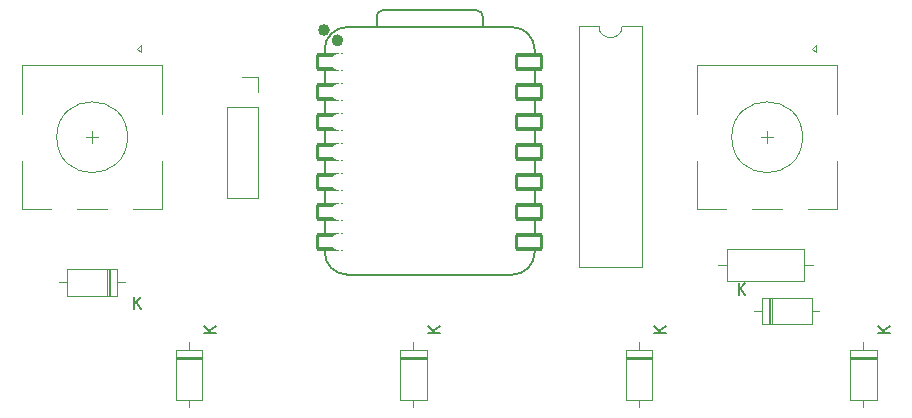
<source format=gbr>
%TF.GenerationSoftware,KiCad,Pcbnew,8.0.3*%
%TF.CreationDate,2024-10-21T20:57:23+02:00*%
%TF.ProjectId,trains_macropad,74726169-6e73-45f6-9d61-63726f706164,rev?*%
%TF.SameCoordinates,Original*%
%TF.FileFunction,Legend,Top*%
%TF.FilePolarity,Positive*%
%FSLAX46Y46*%
G04 Gerber Fmt 4.6, Leading zero omitted, Abs format (unit mm)*
G04 Created by KiCad (PCBNEW 8.0.3) date 2024-10-21 20:57:23*
%MOMM*%
%LPD*%
G01*
G04 APERTURE LIST*
G04 Aperture macros list*
%AMRoundRect*
0 Rectangle with rounded corners*
0 $1 Rounding radius*
0 $2 $3 $4 $5 $6 $7 $8 $9 X,Y pos of 4 corners*
0 Add a 4 corners polygon primitive as box body*
4,1,4,$2,$3,$4,$5,$6,$7,$8,$9,$2,$3,0*
0 Add four circle primitives for the rounded corners*
1,1,$1+$1,$2,$3*
1,1,$1+$1,$4,$5*
1,1,$1+$1,$6,$7*
1,1,$1+$1,$8,$9*
0 Add four rect primitives between the rounded corners*
20,1,$1+$1,$2,$3,$4,$5,0*
20,1,$1+$1,$4,$5,$6,$7,0*
20,1,$1+$1,$6,$7,$8,$9,0*
20,1,$1+$1,$8,$9,$2,$3,0*%
G04 Aperture macros list end*
%ADD10C,0.150000*%
%ADD11C,0.127000*%
%ADD12C,0.100000*%
%ADD13C,0.504000*%
%ADD14C,0.120000*%
%ADD15C,0.800000*%
%ADD16C,6.400000*%
%ADD17RoundRect,0.152400X1.063600X0.609600X-1.063600X0.609600X-1.063600X-0.609600X1.063600X-0.609600X0*%
%ADD18C,1.524000*%
%ADD19RoundRect,0.152400X-1.063600X-0.609600X1.063600X-0.609600X1.063600X0.609600X-1.063600X0.609600X0*%
%ADD20R,1.600000X1.600000*%
%ADD21O,1.600000X1.600000*%
%ADD22O,2.000000X3.200000*%
%ADD23R,2.000000X2.000000*%
%ADD24C,2.000000*%
%ADD25C,1.750000*%
%ADD26C,3.987800*%
%ADD27C,1.600000*%
%ADD28R,1.700000X1.700000*%
%ADD29O,1.700000X1.700000*%
G04 APERTURE END LIST*
D10*
X157128095Y-97854819D02*
X157128095Y-96854819D01*
X157699523Y-97854819D02*
X157270952Y-97283390D01*
X157699523Y-96854819D02*
X157128095Y-97426247D01*
X169954819Y-101051904D02*
X168954819Y-101051904D01*
X169954819Y-100480476D02*
X169383390Y-100909047D01*
X168954819Y-100480476D02*
X169526247Y-101051904D01*
X105948095Y-99054819D02*
X105948095Y-98054819D01*
X106519523Y-99054819D02*
X106090952Y-98483390D01*
X106519523Y-98054819D02*
X105948095Y-98626247D01*
X131854819Y-101051904D02*
X130854819Y-101051904D01*
X131854819Y-100480476D02*
X131283390Y-100909047D01*
X130854819Y-100480476D02*
X131426247Y-101051904D01*
X150954819Y-101051904D02*
X149954819Y-101051904D01*
X150954819Y-100480476D02*
X150383390Y-100909047D01*
X149954819Y-100480476D02*
X150526247Y-101051904D01*
X112854819Y-101051904D02*
X111854819Y-101051904D01*
X112854819Y-100480476D02*
X112283390Y-100909047D01*
X111854819Y-100480476D02*
X112426247Y-101051904D01*
D11*
%TO.C,U1*%
X122085000Y-94227500D02*
X122085000Y-77082500D01*
X123990000Y-96132500D02*
X137960000Y-96132500D01*
X126480000Y-75177500D02*
X126483728Y-74267228D01*
X126983728Y-73767500D02*
X134979000Y-73767500D01*
X135479000Y-74267500D02*
X135479000Y-75177500D01*
D12*
X137960000Y-75177500D02*
X123990000Y-75177500D01*
D11*
X137960000Y-75177500D02*
X123990000Y-75177500D01*
X139865000Y-94227500D02*
X139865000Y-77082500D01*
X122085000Y-77082500D02*
G75*
G02*
X123990000Y-75177500I1905001J-1D01*
G01*
X123990000Y-96132500D02*
G75*
G02*
X122085000Y-94227500I1J1905001D01*
G01*
X126483728Y-74267228D02*
G75*
G02*
X126983728Y-73767501I500018J-291D01*
G01*
X134979000Y-73767500D02*
G75*
G02*
X135479000Y-74267500I0J-500000D01*
G01*
X137960000Y-75177500D02*
G75*
G02*
X139865000Y-77082500I0J-1905000D01*
G01*
X139865000Y-94227500D02*
G75*
G02*
X137960000Y-96132500I-1905000J0D01*
G01*
D13*
X122277000Y-75418500D02*
G75*
G02*
X121773000Y-75418500I-252000J0D01*
G01*
X121773000Y-75418500D02*
G75*
G02*
X122277000Y-75418500I252000J0D01*
G01*
X123420000Y-76298500D02*
G75*
G02*
X122916000Y-76298500I-252000J0D01*
G01*
X122916000Y-76298500D02*
G75*
G02*
X123420000Y-76298500I252000J0D01*
G01*
D14*
%TO.C,D7*%
X158430000Y-99200000D02*
X159080000Y-99200000D01*
X159080000Y-98080000D02*
X159080000Y-100320000D01*
X159080000Y-100320000D02*
X163320000Y-100320000D01*
X159680000Y-98080000D02*
X159680000Y-100320000D01*
X159800000Y-98080000D02*
X159800000Y-100320000D01*
X159920000Y-98080000D02*
X159920000Y-100320000D01*
X163320000Y-98080000D02*
X159080000Y-98080000D01*
X163320000Y-100320000D02*
X163320000Y-98080000D01*
X163970000Y-99200000D02*
X163320000Y-99200000D01*
%TO.C,SW6*%
X153650000Y-82500000D02*
X153650000Y-78400000D01*
X153650000Y-90600000D02*
X153650000Y-86500000D01*
X156050000Y-90600000D02*
X153650000Y-90600000D01*
X159550000Y-84000000D02*
X159550000Y-85000000D01*
X160050000Y-84500000D02*
X159050000Y-84500000D01*
X160850000Y-90600000D02*
X158250000Y-90600000D01*
X163350000Y-77000000D02*
X163650000Y-76700000D01*
X163650000Y-76700000D02*
X163650000Y-77300000D01*
X163650000Y-77300000D02*
X163350000Y-77000000D01*
X165450000Y-78400000D02*
X153650000Y-78400000D01*
X165450000Y-82500000D02*
X165450000Y-78400000D01*
X165450000Y-86500000D02*
X165450000Y-90600000D01*
X165450000Y-90600000D02*
X163050000Y-90600000D01*
X162550000Y-84500000D02*
G75*
G02*
X156550000Y-84500000I-3000000J0D01*
G01*
X156550000Y-84500000D02*
G75*
G02*
X162550000Y-84500000I3000000J0D01*
G01*
%TO.C,U2*%
X143640000Y-75070000D02*
X143640000Y-95510000D01*
X143640000Y-95510000D02*
X148940000Y-95510000D01*
X145290000Y-75070000D02*
X143640000Y-75070000D01*
X148940000Y-75070000D02*
X147290000Y-75070000D01*
X148940000Y-95510000D02*
X148940000Y-75070000D01*
X147290000Y-75070000D02*
G75*
G02*
X145290000Y-75070000I-1000000J0D01*
G01*
%TO.C,R1*%
X155360000Y-95300000D02*
X156130000Y-95300000D01*
X156130000Y-93930000D02*
X156130000Y-96670000D01*
X156130000Y-96670000D02*
X162670000Y-96670000D01*
X162670000Y-93930000D02*
X156130000Y-93930000D01*
X162670000Y-96670000D02*
X162670000Y-93930000D01*
X163440000Y-95300000D02*
X162670000Y-95300000D01*
%TO.C,D5*%
X166580000Y-102480000D02*
X166580000Y-106720000D01*
X166580000Y-106720000D02*
X168820000Y-106720000D01*
X167700000Y-101830000D02*
X167700000Y-102480000D01*
X167700000Y-107370000D02*
X167700000Y-106720000D01*
X168820000Y-102480000D02*
X166580000Y-102480000D01*
X168820000Y-103080000D02*
X166580000Y-103080000D01*
X168820000Y-103200000D02*
X166580000Y-103200000D01*
X168820000Y-103320000D02*
X166580000Y-103320000D01*
X168820000Y-106720000D02*
X168820000Y-102480000D01*
%TO.C,D6*%
X99630000Y-96800000D02*
X100280000Y-96800000D01*
X100280000Y-95680000D02*
X100280000Y-97920000D01*
X100280000Y-97920000D02*
X104520000Y-97920000D01*
X103680000Y-97920000D02*
X103680000Y-95680000D01*
X103800000Y-97920000D02*
X103800000Y-95680000D01*
X103920000Y-97920000D02*
X103920000Y-95680000D01*
X104520000Y-95680000D02*
X100280000Y-95680000D01*
X104520000Y-97920000D02*
X104520000Y-95680000D01*
X105170000Y-96800000D02*
X104520000Y-96800000D01*
%TO.C,D3*%
X128480000Y-102480000D02*
X128480000Y-106720000D01*
X128480000Y-106720000D02*
X130720000Y-106720000D01*
X129600000Y-101830000D02*
X129600000Y-102480000D01*
X129600000Y-107370000D02*
X129600000Y-106720000D01*
X130720000Y-102480000D02*
X128480000Y-102480000D01*
X130720000Y-103080000D02*
X128480000Y-103080000D01*
X130720000Y-103200000D02*
X128480000Y-103200000D01*
X130720000Y-103320000D02*
X128480000Y-103320000D01*
X130720000Y-106720000D02*
X130720000Y-102480000D01*
%TO.C,SW5*%
X96500000Y-82500000D02*
X96500000Y-78400000D01*
X96500000Y-90600000D02*
X96500000Y-86500000D01*
X98900000Y-90600000D02*
X96500000Y-90600000D01*
X102400000Y-84000000D02*
X102400000Y-85000000D01*
X102900000Y-84500000D02*
X101900000Y-84500000D01*
X103700000Y-90600000D02*
X101100000Y-90600000D01*
X106200000Y-77000000D02*
X106500000Y-76700000D01*
X106500000Y-76700000D02*
X106500000Y-77300000D01*
X106500000Y-77300000D02*
X106200000Y-77000000D01*
X108300000Y-78400000D02*
X96500000Y-78400000D01*
X108300000Y-82500000D02*
X108300000Y-78400000D01*
X108300000Y-86500000D02*
X108300000Y-90600000D01*
X108300000Y-90600000D02*
X105900000Y-90600000D01*
X105400000Y-84500000D02*
G75*
G02*
X99400000Y-84500000I-3000000J0D01*
G01*
X99400000Y-84500000D02*
G75*
G02*
X105400000Y-84500000I3000000J0D01*
G01*
%TO.C,D4*%
X147580000Y-102480000D02*
X147580000Y-106720000D01*
X147580000Y-106720000D02*
X149820000Y-106720000D01*
X148700000Y-101830000D02*
X148700000Y-102480000D01*
X148700000Y-107370000D02*
X148700000Y-106720000D01*
X149820000Y-102480000D02*
X147580000Y-102480000D01*
X149820000Y-103080000D02*
X147580000Y-103080000D01*
X149820000Y-103200000D02*
X147580000Y-103200000D01*
X149820000Y-103320000D02*
X147580000Y-103320000D01*
X149820000Y-106720000D02*
X149820000Y-102480000D01*
%TO.C,J1*%
X113795000Y-81970000D02*
X113795000Y-89650000D01*
X113795000Y-81970000D02*
X116455000Y-81970000D01*
X113795000Y-89650000D02*
X116455000Y-89650000D01*
X115125000Y-79370000D02*
X116455000Y-79370000D01*
X116455000Y-79370000D02*
X116455000Y-80700000D01*
X116455000Y-81970000D02*
X116455000Y-89650000D01*
%TO.C,D2*%
X109480000Y-102480000D02*
X109480000Y-106720000D01*
X109480000Y-106720000D02*
X111720000Y-106720000D01*
X110600000Y-101830000D02*
X110600000Y-102480000D01*
X110600000Y-107370000D02*
X110600000Y-106720000D01*
X111720000Y-102480000D02*
X109480000Y-102480000D01*
X111720000Y-103080000D02*
X109480000Y-103080000D01*
X111720000Y-103200000D02*
X109480000Y-103200000D01*
X111720000Y-103320000D02*
X109480000Y-103320000D01*
X111720000Y-106720000D02*
X111720000Y-102480000D01*
%TD*%
%LPC*%
D15*
%TO.C,REF\u002A\u002A*%
X157200000Y-104400000D03*
X157902944Y-102702944D03*
X157902944Y-106097056D03*
X159600000Y-102000000D03*
D16*
X159600000Y-104400000D03*
D15*
X159600000Y-106800000D03*
X161297056Y-102702944D03*
X161297056Y-106097056D03*
X162000000Y-104400000D03*
%TD*%
%TO.C,REF\u002A\u002A*%
X100000000Y-104400000D03*
X100702944Y-102702944D03*
X100702944Y-106097056D03*
X102400000Y-102000000D03*
D16*
X102400000Y-104400000D03*
D15*
X102400000Y-106800000D03*
X104097056Y-102702944D03*
X104097056Y-106097056D03*
X104800000Y-104400000D03*
%TD*%
D17*
%TO.C,U1*%
X122520000Y-78098500D03*
D18*
X123355000Y-78098500D03*
D17*
X122520000Y-80638500D03*
D18*
X123355000Y-80638500D03*
D17*
X122520000Y-83178500D03*
D18*
X123355000Y-83178500D03*
D17*
X122520000Y-85718500D03*
D18*
X123355000Y-85718500D03*
D17*
X122520000Y-88258500D03*
D18*
X123355000Y-88258500D03*
D17*
X122520000Y-90798500D03*
D18*
X123355000Y-90798500D03*
D17*
X122520000Y-93338500D03*
D18*
X123355000Y-93338500D03*
X138595000Y-93338500D03*
D19*
X139430000Y-93338500D03*
D18*
X138595000Y-90798500D03*
D19*
X139430000Y-90798500D03*
D18*
X138595000Y-88258500D03*
D19*
X139430000Y-88258500D03*
D18*
X138595000Y-85718500D03*
D19*
X139430000Y-85718500D03*
D18*
X138595000Y-83178500D03*
D19*
X139430000Y-83178500D03*
D18*
X138595000Y-80638500D03*
D19*
X139430000Y-80638500D03*
D18*
X138595000Y-78098500D03*
D19*
X139430000Y-78098500D03*
%TD*%
D20*
%TO.C,D7*%
X157390000Y-99200000D03*
D21*
X165010000Y-99200000D03*
%TD*%
D22*
%TO.C,SW6*%
X165150000Y-84500000D03*
X153950000Y-84500000D03*
D23*
X162050000Y-77000000D03*
D24*
X157050000Y-77000000D03*
X159550000Y-77000000D03*
X157050000Y-91500000D03*
X162050000Y-91500000D03*
%TD*%
D25*
%TO.C,SW4*%
X154463750Y-119062500D03*
D26*
X159543750Y-119062500D03*
D25*
X164623750Y-119062500D03*
%TD*%
D20*
%TO.C,U2*%
X142480000Y-76400000D03*
D21*
X142480000Y-78940000D03*
X142480000Y-81480000D03*
X142480000Y-84020000D03*
X142480000Y-86560000D03*
X142480000Y-89100000D03*
X142480000Y-91640000D03*
X142480000Y-94180000D03*
X150100000Y-94180000D03*
X150100000Y-91640000D03*
X150100000Y-89100000D03*
X150100000Y-86560000D03*
X150100000Y-84020000D03*
X150100000Y-81480000D03*
X150100000Y-78940000D03*
X150100000Y-76400000D03*
%TD*%
D27*
%TO.C,R1*%
X154320000Y-95300000D03*
D21*
X164480000Y-95300000D03*
%TD*%
D20*
%TO.C,D5*%
X167700000Y-100790000D03*
D21*
X167700000Y-108410000D03*
%TD*%
D20*
%TO.C,D6*%
X106210000Y-96800000D03*
D21*
X98590000Y-96800000D03*
%TD*%
D20*
%TO.C,D3*%
X129600000Y-100790000D03*
D21*
X129600000Y-108410000D03*
%TD*%
D22*
%TO.C,SW5*%
X108000000Y-84500000D03*
X96800000Y-84500000D03*
D23*
X104900000Y-77000000D03*
D24*
X99900000Y-77000000D03*
X102400000Y-77000000D03*
X99900000Y-91500000D03*
X104900000Y-91500000D03*
%TD*%
D25*
%TO.C,SW2*%
X116363750Y-119062500D03*
D26*
X121443750Y-119062500D03*
D25*
X126523750Y-119062500D03*
%TD*%
%TO.C,SW1*%
X97313750Y-119062500D03*
D26*
X102393750Y-119062500D03*
D25*
X107473750Y-119062500D03*
%TD*%
D20*
%TO.C,D4*%
X148700000Y-100790000D03*
D21*
X148700000Y-108410000D03*
%TD*%
D28*
%TO.C,J1*%
X115125000Y-80700000D03*
D29*
X115125000Y-83240000D03*
X115125000Y-85780000D03*
X115125000Y-88320000D03*
%TD*%
D25*
%TO.C,SW3*%
X135413750Y-119062500D03*
D26*
X140493750Y-119062500D03*
D25*
X145573750Y-119062500D03*
%TD*%
D20*
%TO.C,D2*%
X110600000Y-100790000D03*
D21*
X110600000Y-108410000D03*
%TD*%
%LPD*%
M02*

</source>
